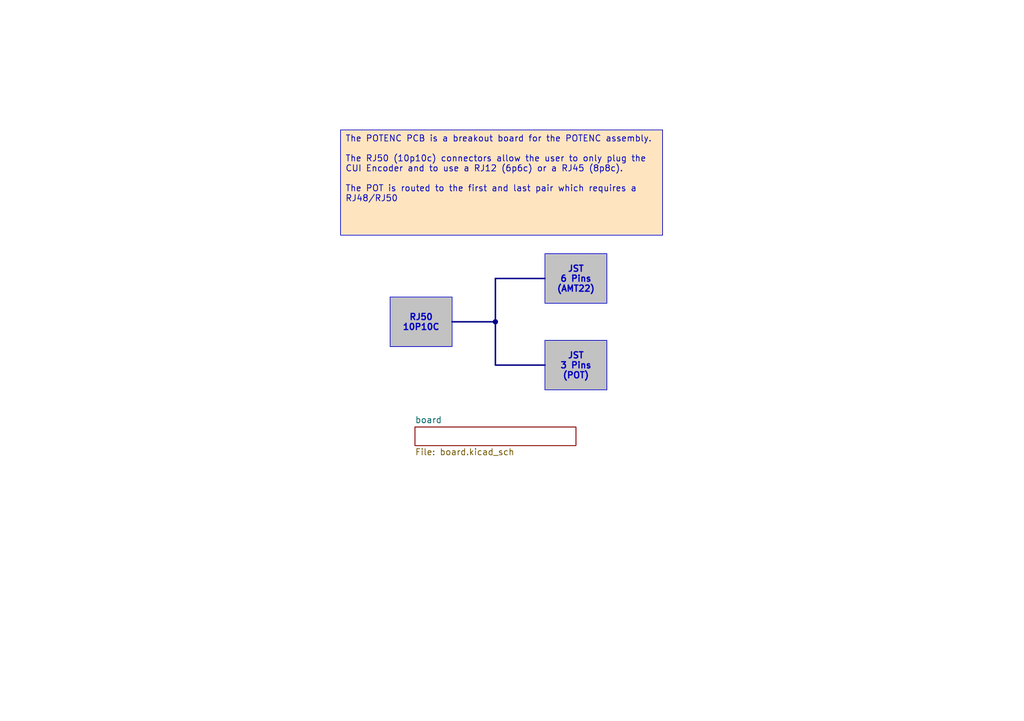
<source format=kicad_sch>
(kicad_sch
	(version 20231120)
	(generator "eeschema")
	(generator_version "8.0")
	(uuid "0a8240f1-1c25-4c2f-8c36-25ec707ee8f2")
	(paper "A5")
	(title_block
		(title "POTENC")
		(date "2025-02-03")
		(rev "REV0")
		(company "RobotiqueUdeS")
		(comment 1 "Made by Philippe Michaud")
	)
	(lib_symbols)
	(junction
		(at 101.6 66.04)
		(diameter 0)
		(color 0 0 0 0)
		(uuid "4dacec76-e180-4a26-8fda-b485ed0bccc5")
	)
	(bus
		(pts
			(xy 101.6 74.93) (xy 111.76 74.93)
		)
		(stroke
			(width 0)
			(type default)
		)
		(uuid "0d762187-71d9-437c-a178-6a4150e3983a")
	)
	(bus
		(pts
			(xy 101.6 66.04) (xy 101.6 74.93)
		)
		(stroke
			(width 0)
			(type default)
		)
		(uuid "40e9a543-d3de-471b-90ab-6907d5db41b8")
	)
	(bus
		(pts
			(xy 92.71 66.04) (xy 101.6 66.04)
		)
		(stroke
			(width 0)
			(type default)
		)
		(uuid "6e391eb2-7f44-4829-ab36-c27d3a5c2028")
	)
	(bus
		(pts
			(xy 101.6 57.15) (xy 111.76 57.15)
		)
		(stroke
			(width 0)
			(type default)
		)
		(uuid "7483a90e-485b-4a03-bca5-be5256d86470")
	)
	(bus
		(pts
			(xy 101.6 66.04) (xy 101.6 57.15)
		)
		(stroke
			(width 0)
			(type default)
		)
		(uuid "f70c09f3-d075-40a3-9b8a-8dec5c9d9703")
	)
	(text_box "The POTENC PCB is a breakout board for the POTENC assembly. \n\nThe RJ50 (10p10c) connectors allow the user to only plug the CUI Encoder and to use a RJ12 (6p6c) or a RJ45 (8p8c).\n\nThe POT is routed to the first and last pair which requires a RJ48/RJ50"
		(exclude_from_sim no)
		(at 69.85 26.67 0)
		(size 66.04 21.59)
		(stroke
			(width 0)
			(type default)
		)
		(fill
			(type color)
			(color 255 229 191 1)
		)
		(effects
			(font
				(size 1.27 1.27)
			)
			(justify left top)
		)
		(uuid "3e19ff5c-7572-4add-8b11-1c35d726a46b")
	)
	(text_box "RJ50\n10P10C"
		(exclude_from_sim yes)
		(at 80.01 60.96 0)
		(size 12.7 10.16)
		(stroke
			(width 0)
			(type default)
		)
		(fill
			(type color)
			(color 194 194 194 1)
		)
		(effects
			(font
				(size 1.27 1.27)
				(thickness 0.254)
				(bold yes)
			)
		)
		(uuid "6b63a8c8-a308-4780-9d71-32675241e159")
	)
	(text_box "JST\n3 Pins\n(POT)"
		(exclude_from_sim yes)
		(at 111.76 69.85 0)
		(size 12.7 10.16)
		(stroke
			(width 0)
			(type default)
		)
		(fill
			(type color)
			(color 194 194 194 1)
		)
		(effects
			(font
				(size 1.27 1.27)
				(thickness 0.254)
				(bold yes)
			)
		)
		(uuid "ba65228a-48a8-4db0-b0bb-d321dceee5ec")
	)
	(text_box "JST\n6 Pins\n(AMT22)"
		(exclude_from_sim yes)
		(at 111.76 52.07 0)
		(size 12.7 10.16)
		(stroke
			(width 0)
			(type default)
		)
		(fill
			(type color)
			(color 194 194 194 1)
		)
		(effects
			(font
				(size 1.27 1.27)
				(thickness 0.254)
				(bold yes)
			)
		)
		(uuid "d3d27180-9224-4a2f-b5fe-6c978dc7c219")
	)
	(sheet
		(at 85.09 87.63)
		(size 33.02 3.81)
		(fields_autoplaced yes)
		(stroke
			(width 0.1524)
			(type solid)
		)
		(fill
			(color 0 0 0 0.0000)
		)
		(uuid "cfad5ca9-1ac3-410f-8373-8f5e91c1917a")
		(property "Sheetname" "board"
			(at 85.09 86.9184 0)
			(effects
				(font
					(size 1.27 1.27)
				)
				(justify left bottom)
			)
		)
		(property "Sheetfile" "board.kicad_sch"
			(at 85.09 92.0246 0)
			(effects
				(font
					(size 1.27 1.27)
				)
				(justify left top)
			)
		)
		(instances
			(project "POTENC"
				(path "/0a8240f1-1c25-4c2f-8c36-25ec707ee8f2"
					(page "2")
				)
			)
		)
	)
	(sheet_instances
		(path "/"
			(page "1")
		)
	)
)

</source>
